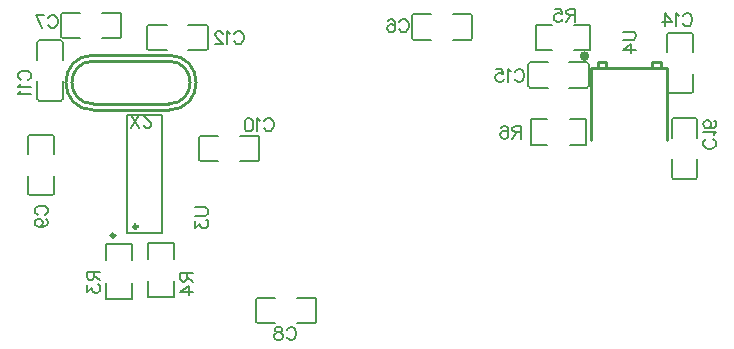
<source format=gbo>
G04 Layer: BottomSilkscreenLayer*
G04 EasyEDA v6.5.22, 2023-04-01 07:59:08*
G04 7fe897ac635649ec9317f66c388b8081,f086b915ab1b43d4b1f8ac0bdbc02707,10*
G04 Gerber Generator version 0.2*
G04 Scale: 100 percent, Rotated: No, Reflected: No *
G04 Dimensions in millimeters *
G04 leading zeros omitted , absolute positions ,4 integer and 5 decimal *
%FSLAX45Y45*%
%MOMM*%

%ADD10C,0.1524*%
%ADD11C,0.2540*%
%ADD12C,0.2581*%
%ADD13C,0.4000*%
%ADD14C,0.3000*%
%ADD15C,0.0163*%

%LPD*%
D10*
X4648707Y154178D02*
G01*
X4659121Y148844D01*
X4669535Y138429D01*
X4674616Y128270D01*
X4674616Y107442D01*
X4669535Y97028D01*
X4659121Y86613D01*
X4648707Y81279D01*
X4632960Y76200D01*
X4607051Y76200D01*
X4591557Y81279D01*
X4581144Y86613D01*
X4570730Y97028D01*
X4565650Y107442D01*
X4565650Y128270D01*
X4570730Y138429D01*
X4581144Y148844D01*
X4591557Y154178D01*
X4653787Y188468D02*
G01*
X4659121Y198881D01*
X4674616Y214376D01*
X4565650Y214376D01*
X4659121Y311150D02*
G01*
X4669535Y305815D01*
X4674616Y290321D01*
X4674616Y279907D01*
X4669535Y264160D01*
X4653787Y254000D01*
X4627880Y248665D01*
X4601971Y248665D01*
X4581144Y254000D01*
X4570730Y264160D01*
X4565650Y279907D01*
X4565650Y284987D01*
X4570730Y300736D01*
X4581144Y311150D01*
X4596637Y316229D01*
X4601971Y316229D01*
X4617466Y311150D01*
X4627880Y300736D01*
X4632960Y284987D01*
X4632960Y279907D01*
X4627880Y264160D01*
X4617466Y254000D01*
X4601971Y248665D01*
X3885183Y1066800D02*
G01*
X3963162Y1066800D01*
X3978655Y1061720D01*
X3989069Y1051305D01*
X3994150Y1035557D01*
X3994150Y1025144D01*
X3989069Y1009650D01*
X3978655Y999236D01*
X3963162Y994155D01*
X3885183Y994155D01*
X3885183Y907795D02*
G01*
X3957828Y959865D01*
X3957828Y881887D01*
X3885183Y907795D02*
G01*
X3994150Y907795D01*
X4392421Y1194307D02*
G01*
X4397755Y1204721D01*
X4408169Y1215136D01*
X4418330Y1220215D01*
X4439157Y1220215D01*
X4449571Y1215136D01*
X4459985Y1204721D01*
X4465319Y1194307D01*
X4470400Y1178560D01*
X4470400Y1152652D01*
X4465319Y1137157D01*
X4459985Y1126744D01*
X4449571Y1116329D01*
X4439157Y1111250D01*
X4418330Y1111250D01*
X4408169Y1116329D01*
X4397755Y1126744D01*
X4392421Y1137157D01*
X4358132Y1199387D02*
G01*
X4347717Y1204721D01*
X4332223Y1220215D01*
X4332223Y1111250D01*
X4245864Y1220215D02*
G01*
X4297933Y1147571D01*
X4219955Y1147571D01*
X4245864Y1220215D02*
G01*
X4245864Y1111250D01*
X2970021Y724407D02*
G01*
X2975355Y734821D01*
X2985769Y745236D01*
X2995930Y750315D01*
X3016757Y750315D01*
X3027171Y745236D01*
X3037585Y734821D01*
X3042919Y724407D01*
X3048000Y708660D01*
X3048000Y682752D01*
X3042919Y667257D01*
X3037585Y656844D01*
X3027171Y646429D01*
X3016757Y641350D01*
X2995930Y641350D01*
X2985769Y646429D01*
X2975355Y656844D01*
X2970021Y667257D01*
X2935732Y729487D02*
G01*
X2925317Y734821D01*
X2909823Y750315D01*
X2909823Y641350D01*
X2813050Y750315D02*
G01*
X2865119Y750315D01*
X2870200Y703579D01*
X2865119Y708660D01*
X2849626Y713994D01*
X2833878Y713994D01*
X2818383Y708660D01*
X2807969Y698500D01*
X2802889Y682752D01*
X2802889Y672337D01*
X2807969Y656844D01*
X2818383Y646429D01*
X2833878Y641350D01*
X2849626Y641350D01*
X2865119Y646429D01*
X2870200Y651510D01*
X2875533Y661923D01*
X3479800Y1258315D02*
G01*
X3479800Y1149350D01*
X3479800Y1258315D02*
G01*
X3433064Y1258315D01*
X3417569Y1253236D01*
X3412235Y1247902D01*
X3407155Y1237487D01*
X3407155Y1227073D01*
X3412235Y1216660D01*
X3417569Y1211579D01*
X3433064Y1206500D01*
X3479800Y1206500D01*
X3443478Y1206500D02*
G01*
X3407155Y1149350D01*
X3310382Y1258315D02*
G01*
X3362451Y1258315D01*
X3367532Y1211579D01*
X3362451Y1216660D01*
X3346703Y1221994D01*
X3331210Y1221994D01*
X3315716Y1216660D01*
X3305301Y1206500D01*
X3299967Y1190752D01*
X3299967Y1180337D01*
X3305301Y1164844D01*
X3315716Y1154429D01*
X3331210Y1149350D01*
X3346703Y1149350D01*
X3362451Y1154429D01*
X3367532Y1159510D01*
X3372866Y1169923D01*
X3022600Y267715D02*
G01*
X3022600Y158750D01*
X3022600Y267715D02*
G01*
X2975864Y267715D01*
X2960369Y262636D01*
X2955035Y257302D01*
X2949955Y246887D01*
X2949955Y236473D01*
X2955035Y226060D01*
X2960369Y220979D01*
X2975864Y215900D01*
X3022600Y215900D01*
X2986278Y215900D02*
G01*
X2949955Y158750D01*
X2853182Y252221D02*
G01*
X2858516Y262636D01*
X2874010Y267715D01*
X2884423Y267715D01*
X2899917Y262636D01*
X2910332Y246887D01*
X2915666Y220979D01*
X2915666Y195071D01*
X2910332Y174244D01*
X2899917Y163829D01*
X2884423Y158750D01*
X2879089Y158750D01*
X2863596Y163829D01*
X2853182Y174244D01*
X2848101Y189737D01*
X2848101Y195071D01*
X2853182Y210565D01*
X2863596Y220979D01*
X2879089Y226060D01*
X2884423Y226060D01*
X2899917Y220979D01*
X2910332Y210565D01*
X2915666Y195071D01*
X-979632Y1181562D02*
G01*
X-974435Y1191953D01*
X-964044Y1202344D01*
X-953655Y1207538D01*
X-932873Y1207538D01*
X-922482Y1202344D01*
X-912091Y1191953D01*
X-906894Y1181562D01*
X-901700Y1165974D01*
X-901700Y1139997D01*
X-906894Y1124412D01*
X-912091Y1114021D01*
X-922482Y1103629D01*
X-932873Y1098435D01*
X-953655Y1098435D01*
X-964044Y1103629D01*
X-974435Y1114021D01*
X-979632Y1124412D01*
X-1086657Y1207538D02*
G01*
X-1034704Y1098435D01*
X-1013922Y1207538D02*
G01*
X-1086657Y1207538D01*
X849121Y305307D02*
G01*
X854455Y315721D01*
X864870Y326136D01*
X875029Y331215D01*
X895857Y331215D01*
X906271Y326136D01*
X916686Y315721D01*
X922020Y305307D01*
X927100Y289560D01*
X927100Y263652D01*
X922020Y248157D01*
X916686Y237744D01*
X906271Y227329D01*
X895857Y222250D01*
X875029Y222250D01*
X864870Y227329D01*
X854455Y237744D01*
X849121Y248157D01*
X814831Y310387D02*
G01*
X804418Y315721D01*
X788923Y331215D01*
X788923Y222250D01*
X723392Y331215D02*
G01*
X739139Y326136D01*
X749300Y310387D01*
X754634Y284479D01*
X754634Y268986D01*
X749300Y242823D01*
X739139Y227329D01*
X723392Y222250D01*
X712978Y222250D01*
X697484Y227329D01*
X687070Y242823D01*
X681989Y268986D01*
X681989Y284479D01*
X687070Y310387D01*
X697484Y326136D01*
X712978Y331215D01*
X723392Y331215D01*
X138684Y-977900D02*
G01*
X247650Y-977900D01*
X138684Y-977900D02*
G01*
X138684Y-1024636D01*
X143763Y-1040129D01*
X149097Y-1045463D01*
X159512Y-1050544D01*
X169926Y-1050544D01*
X180339Y-1045463D01*
X185420Y-1040129D01*
X190500Y-1024636D01*
X190500Y-977900D01*
X190500Y-1014221D02*
G01*
X247650Y-1050544D01*
X138684Y-1136904D02*
G01*
X211328Y-1084834D01*
X211328Y-1162812D01*
X138684Y-1136904D02*
G01*
X247650Y-1136904D01*
X265684Y-419100D02*
G01*
X343662Y-419100D01*
X359155Y-424179D01*
X369570Y-434594D01*
X374650Y-450342D01*
X374650Y-460755D01*
X369570Y-476250D01*
X359155Y-486663D01*
X343662Y-491744D01*
X265684Y-491744D01*
X265684Y-536447D02*
G01*
X265684Y-593597D01*
X307339Y-562610D01*
X307339Y-578104D01*
X312420Y-588518D01*
X317500Y-593597D01*
X333247Y-598931D01*
X343662Y-598931D01*
X359155Y-593597D01*
X369570Y-583184D01*
X374650Y-567689D01*
X374650Y-552195D01*
X369570Y-536447D01*
X364489Y-531368D01*
X354076Y-526034D01*
X1039621Y-1459992D02*
G01*
X1044955Y-1449578D01*
X1055370Y-1439163D01*
X1065529Y-1434084D01*
X1086357Y-1434084D01*
X1096771Y-1439163D01*
X1107186Y-1449578D01*
X1112520Y-1459992D01*
X1117600Y-1475739D01*
X1117600Y-1501647D01*
X1112520Y-1517142D01*
X1107186Y-1527555D01*
X1096771Y-1537970D01*
X1086357Y-1543050D01*
X1065529Y-1543050D01*
X1055370Y-1537970D01*
X1044955Y-1527555D01*
X1039621Y-1517142D01*
X979423Y-1434084D02*
G01*
X994918Y-1439163D01*
X1000252Y-1449578D01*
X1000252Y-1459992D01*
X994918Y-1470405D01*
X984504Y-1475739D01*
X963929Y-1480820D01*
X948181Y-1485900D01*
X937768Y-1496313D01*
X932687Y-1506728D01*
X932687Y-1522476D01*
X937768Y-1532889D01*
X943102Y-1537970D01*
X958596Y-1543050D01*
X979423Y-1543050D01*
X994918Y-1537970D01*
X1000252Y-1532889D01*
X1005331Y-1522476D01*
X1005331Y-1506728D01*
X1000252Y-1496313D01*
X989837Y-1485900D01*
X974089Y-1480820D01*
X953515Y-1475739D01*
X943102Y-1470405D01*
X937768Y-1459992D01*
X937768Y-1449578D01*
X943102Y-1439163D01*
X958596Y-1434084D01*
X979423Y-1434084D01*
X1992121Y1143507D02*
G01*
X1997455Y1153921D01*
X2007869Y1164336D01*
X2018030Y1169415D01*
X2038857Y1169415D01*
X2049271Y1164336D01*
X2059685Y1153921D01*
X2065019Y1143507D01*
X2070100Y1127760D01*
X2070100Y1101852D01*
X2065019Y1086357D01*
X2059685Y1075944D01*
X2049271Y1065529D01*
X2038857Y1060450D01*
X2018030Y1060450D01*
X2007869Y1065529D01*
X1997455Y1075944D01*
X1992121Y1086357D01*
X1895601Y1153921D02*
G01*
X1900682Y1164336D01*
X1916430Y1169415D01*
X1926589Y1169415D01*
X1942337Y1164336D01*
X1952751Y1148587D01*
X1957832Y1122679D01*
X1957832Y1096771D01*
X1952751Y1075944D01*
X1942337Y1065529D01*
X1926589Y1060450D01*
X1921510Y1060450D01*
X1906016Y1065529D01*
X1895601Y1075944D01*
X1890267Y1091437D01*
X1890267Y1096771D01*
X1895601Y1112265D01*
X1906016Y1122679D01*
X1921510Y1127760D01*
X1926589Y1127760D01*
X1942337Y1122679D01*
X1952751Y1112265D01*
X1957832Y1096771D01*
X-1067307Y-484378D02*
G01*
X-1077721Y-479044D01*
X-1088136Y-468629D01*
X-1093215Y-458470D01*
X-1093215Y-437642D01*
X-1088136Y-427228D01*
X-1077721Y-416813D01*
X-1067307Y-411479D01*
X-1051560Y-406400D01*
X-1025652Y-406400D01*
X-1010157Y-411479D01*
X-999744Y-416813D01*
X-989329Y-427228D01*
X-984250Y-437642D01*
X-984250Y-458470D01*
X-989329Y-468629D01*
X-999744Y-479044D01*
X-1010157Y-484378D01*
X-1056894Y-586231D02*
G01*
X-1041400Y-580897D01*
X-1030986Y-570484D01*
X-1025652Y-554989D01*
X-1025652Y-549910D01*
X-1030986Y-534162D01*
X-1041400Y-523747D01*
X-1056894Y-518668D01*
X-1061973Y-518668D01*
X-1077721Y-523747D01*
X-1088136Y-534162D01*
X-1093215Y-549910D01*
X-1093215Y-554989D01*
X-1088136Y-570484D01*
X-1077721Y-580897D01*
X-1056894Y-586231D01*
X-1030986Y-586231D01*
X-1004823Y-580897D01*
X-989329Y-570484D01*
X-984250Y-554989D01*
X-984250Y-544576D01*
X-989329Y-529081D01*
X-999744Y-523747D01*
X-1207007Y658621D02*
G01*
X-1217421Y663955D01*
X-1227836Y674370D01*
X-1232915Y684529D01*
X-1232915Y705357D01*
X-1227836Y715771D01*
X-1217421Y726186D01*
X-1207007Y731520D01*
X-1191260Y736600D01*
X-1165352Y736600D01*
X-1149857Y731520D01*
X-1139444Y726186D01*
X-1129029Y715771D01*
X-1123950Y705357D01*
X-1123950Y684529D01*
X-1129029Y674370D01*
X-1139444Y663955D01*
X-1149857Y658621D01*
X-1212087Y624331D02*
G01*
X-1217421Y613918D01*
X-1232915Y598423D01*
X-1123950Y598423D01*
X-1212087Y564134D02*
G01*
X-1217421Y553720D01*
X-1232915Y538226D01*
X-1123950Y538226D01*
X595121Y1041907D02*
G01*
X600455Y1052321D01*
X610870Y1062736D01*
X621029Y1067815D01*
X641857Y1067815D01*
X652271Y1062736D01*
X662686Y1052321D01*
X668020Y1041907D01*
X673100Y1026160D01*
X673100Y1000252D01*
X668020Y984757D01*
X662686Y974344D01*
X652271Y963929D01*
X641857Y958850D01*
X621029Y958850D01*
X610870Y963929D01*
X600455Y974344D01*
X595121Y984757D01*
X560831Y1046987D02*
G01*
X550418Y1052321D01*
X534923Y1067815D01*
X534923Y958850D01*
X495300Y1041907D02*
G01*
X495300Y1046987D01*
X490220Y1057402D01*
X485139Y1062736D01*
X474726Y1067815D01*
X453897Y1067815D01*
X443484Y1062736D01*
X438150Y1057402D01*
X433070Y1046987D01*
X433070Y1036573D01*
X438150Y1026160D01*
X448563Y1010665D01*
X500634Y958850D01*
X427989Y958850D01*
X-648715Y-965200D02*
G01*
X-539750Y-965200D01*
X-648715Y-965200D02*
G01*
X-648715Y-1011936D01*
X-643636Y-1027429D01*
X-638302Y-1032763D01*
X-627887Y-1037844D01*
X-617473Y-1037844D01*
X-607060Y-1032763D01*
X-601979Y-1027429D01*
X-596900Y-1011936D01*
X-596900Y-965200D01*
X-596900Y-1001521D02*
G01*
X-539750Y-1037844D01*
X-648715Y-1082547D02*
G01*
X-648715Y-1139697D01*
X-607060Y-1108710D01*
X-607060Y-1124204D01*
X-601979Y-1134618D01*
X-596900Y-1139697D01*
X-581152Y-1145031D01*
X-570737Y-1145031D01*
X-555244Y-1139697D01*
X-544829Y-1129284D01*
X-539750Y-1113789D01*
X-539750Y-1098295D01*
X-544829Y-1082547D01*
X-549910Y-1077468D01*
X-560323Y-1072134D01*
X-283463Y252984D02*
G01*
X-210820Y361950D01*
X-210820Y252984D02*
G01*
X-283463Y361950D01*
X-171195Y278892D02*
G01*
X-171195Y273812D01*
X-166115Y263397D01*
X-160781Y258063D01*
X-150368Y252984D01*
X-129794Y252984D01*
X-119379Y258063D01*
X-114045Y263397D01*
X-108965Y273812D01*
X-108965Y284226D01*
X-114045Y294639D01*
X-124460Y310134D01*
X-176529Y361950D01*
X-103631Y361950D01*
X4516160Y317319D02*
G01*
X4516160Y168821D01*
X4297639Y168821D02*
G01*
X4297639Y317319D01*
X4312879Y332559D02*
G01*
X4500920Y332559D01*
X4516160Y-164919D02*
G01*
X4516160Y-16421D01*
X4297639Y-16421D02*
G01*
X4297639Y-164919D01*
X4312879Y-180159D02*
G01*
X4500920Y-180159D01*
D11*
X3745105Y760216D02*
G01*
X3745105Y805936D01*
X3672839Y805936D01*
X3672839Y760216D01*
X4204949Y760216D02*
G01*
X4204949Y805936D01*
X4130039Y805936D01*
X4130039Y760216D01*
X3611880Y150616D02*
G01*
X3611880Y760216D01*
X4262119Y760216D01*
X4262119Y150616D01*
D10*
X4478060Y1041219D02*
G01*
X4478060Y892721D01*
X4259539Y892721D02*
G01*
X4259539Y1041219D01*
X4274779Y1056459D02*
G01*
X4462820Y1056459D01*
X4478060Y558980D02*
G01*
X4478060Y707478D01*
X4259539Y707478D02*
G01*
X4259539Y558980D01*
X4274779Y543740D02*
G01*
X4462820Y543740D01*
X3581219Y589239D02*
G01*
X3432721Y589239D01*
X3432721Y807760D02*
G01*
X3581219Y807760D01*
X3596459Y792520D02*
G01*
X3596459Y604479D01*
X3098980Y589239D02*
G01*
X3247478Y589239D01*
X3247478Y807760D02*
G01*
X3098980Y807760D01*
X3083740Y792520D02*
G01*
X3083740Y604479D01*
X3283079Y908090D02*
G01*
X3147087Y908090D01*
X3147087Y1123909D01*
X3283079Y1123909D01*
X3473320Y908090D02*
G01*
X3609312Y908090D01*
X3609312Y1123909D01*
X3473320Y1123909D01*
X3435220Y323809D02*
G01*
X3571212Y323809D01*
X3571212Y107990D01*
X3435220Y107990D01*
X3244979Y323809D02*
G01*
X3108987Y323809D01*
X3108987Y107990D01*
X3244979Y107990D01*
X-857577Y1226860D02*
G01*
X-709079Y1226860D01*
X-709079Y1008339D02*
G01*
X-857577Y1008339D01*
X-872817Y1023579D02*
G01*
X-872817Y1211620D01*
X-375338Y1226860D02*
G01*
X-523836Y1226860D01*
X-523836Y1008339D02*
G01*
X-375338Y1008339D01*
X-360098Y1023579D02*
G01*
X-360098Y1211620D01*
X793061Y-33060D02*
G01*
X644563Y-33060D01*
X644563Y185460D02*
G01*
X793061Y185460D01*
X808301Y170220D02*
G01*
X808301Y-17820D01*
X310822Y-33060D02*
G01*
X459320Y-33060D01*
X459320Y185460D02*
G01*
X310822Y185460D01*
X295582Y170220D02*
G01*
X295582Y-17820D01*
X82509Y-1047620D02*
G01*
X82509Y-1183612D01*
X-133309Y-1183612D01*
X-133309Y-1047620D01*
X82509Y-857379D02*
G01*
X82509Y-721387D01*
X-133309Y-721387D01*
X-133309Y-857379D01*
X-317240Y-642320D02*
G01*
X-12959Y-642320D01*
X-12959Y362920D01*
X-317240Y362920D01*
X-317240Y-642320D01*
X1275661Y-1404660D02*
G01*
X1127163Y-1404660D01*
X1127163Y-1186139D02*
G01*
X1275661Y-1186139D01*
X1290901Y-1201379D02*
G01*
X1290901Y-1389420D01*
X793422Y-1404660D02*
G01*
X941920Y-1404660D01*
X941920Y-1186139D02*
G01*
X793422Y-1186139D01*
X778182Y-1201379D02*
G01*
X778182Y-1389420D01*
X2114222Y1214160D02*
G01*
X2262720Y1214160D01*
X2262720Y995639D02*
G01*
X2114222Y995639D01*
X2098982Y1010879D02*
G01*
X2098982Y1198920D01*
X2596461Y1214160D02*
G01*
X2447963Y1214160D01*
X2447963Y995639D02*
G01*
X2596461Y995639D01*
X2611701Y1010879D02*
G01*
X2611701Y1198920D01*
X-1150660Y-304619D02*
G01*
X-1150660Y-156121D01*
X-932139Y-156121D02*
G01*
X-932139Y-304619D01*
X-947379Y-319859D02*
G01*
X-1135420Y-319859D01*
X-1150660Y177619D02*
G01*
X-1150660Y29121D01*
X-932139Y29121D02*
G01*
X-932139Y177619D01*
X-947379Y192859D02*
G01*
X-1135420Y192859D01*
X-1074460Y495480D02*
G01*
X-1074460Y643978D01*
X-855939Y643978D02*
G01*
X-855939Y495480D01*
X-871179Y480240D02*
G01*
X-1059220Y480240D01*
X-1074460Y977719D02*
G01*
X-1074460Y829221D01*
X-855939Y829221D02*
G01*
X-855939Y977719D01*
X-871179Y992959D02*
G01*
X-1059220Y992959D01*
X-126819Y1125260D02*
G01*
X21678Y1125260D01*
X21678Y906739D02*
G01*
X-126819Y906739D01*
X-142059Y921979D02*
G01*
X-142059Y1110020D01*
X355419Y1125260D02*
G01*
X206921Y1125260D01*
X206921Y906739D02*
G01*
X355419Y906739D01*
X370659Y921979D02*
G01*
X370659Y1110020D01*
X-273090Y-1060320D02*
G01*
X-273090Y-1196312D01*
X-488909Y-1196312D01*
X-488909Y-1060320D01*
X-273090Y-870079D02*
G01*
X-273090Y-734087D01*
X-488909Y-734087D01*
X-488909Y-870079D01*
D12*
X-599399Y815596D02*
G01*
X40596Y815596D01*
X40599Y454403D02*
G01*
X-599401Y454403D01*
X40599Y867153D02*
G01*
X-599401Y867153D01*
X-599401Y402846D02*
G01*
X40599Y402846D01*
D10*
G75*
G01*
X4297639Y317320D02*
G02*
X4312879Y332560I15240J0D01*
G75*
G01*
X4500921Y332560D02*
G02*
X4516161Y317320I0J-15240D01*
G75*
G01*
X4297639Y-164920D02*
G03*
X4312879Y-180160I15240J0D01*
G75*
G01*
X4500921Y-180160D02*
G03*
X4516161Y-164920I0J15240D01*
D13*
G75*
G01*
X3578860Y858515D02*
G02*
X3578860Y858769I-20000J127D01*
D10*
G75*
G01*
X4259539Y1041220D02*
G02*
X4274779Y1056460I15240J0D01*
G75*
G01*
X4462821Y1056460D02*
G02*
X4478061Y1041220I0J-15240D01*
G75*
G01*
X4259539Y558980D02*
G03*
X4274779Y543740I15240J0D01*
G75*
G01*
X4462821Y543740D02*
G03*
X4478061Y558980I0J15240D01*
G75*
G01*
X3581220Y807761D02*
G02*
X3596460Y792521I0J-15240D01*
G75*
G01*
X3596460Y604479D02*
G02*
X3581220Y589239I-15240J0D01*
G75*
G01*
X3098980Y807761D02*
G03*
X3083740Y792521I0J-15240D01*
G75*
G01*
X3083740Y604479D02*
G03*
X3098980Y589239I15240J0D01*
G75*
G01*
X-857578Y1008339D02*
G02*
X-872818Y1023579I0J15240D01*
G75*
G01*
X-872818Y1211621D02*
G02*
X-857578Y1226861I15240J0D01*
G75*
G01*
X-375338Y1008339D02*
G03*
X-360098Y1023579I0J15240D01*
G75*
G01*
X-360098Y1211621D02*
G03*
X-375338Y1226861I-15240J0D01*
G75*
G01*
X793062Y185461D02*
G02*
X808302Y170221I0J-15240D01*
G75*
G01*
X808302Y-17821D02*
G02*
X793062Y-33061I-15240J0D01*
G75*
G01*
X310822Y185461D02*
G03*
X295582Y170221I0J-15240D01*
G75*
G01*
X295582Y-17821D02*
G03*
X310822Y-33061I15240J0D01*
G75*
G01*
X1275662Y-1186139D02*
G02*
X1290902Y-1201379I0J-15240D01*
G75*
G01*
X1290902Y-1389421D02*
G02*
X1275662Y-1404661I-15240J0D01*
G75*
G01*
X793422Y-1186139D02*
G03*
X778182Y-1201379I0J-15240D01*
G75*
G01*
X778182Y-1389421D02*
G03*
X793422Y-1404661I15240J0D01*
G75*
G01*
X2114222Y995639D02*
G02*
X2098982Y1010879I0J15240D01*
G75*
G01*
X2098982Y1198921D02*
G02*
X2114222Y1214161I15240J0D01*
G75*
G01*
X2596462Y995639D02*
G03*
X2611702Y1010879I0J15240D01*
G75*
G01*
X2611702Y1198921D02*
G03*
X2596462Y1214161I-15240J0D01*
G75*
G01*
X-932139Y-304620D02*
G02*
X-947379Y-319860I-15240J0D01*
G75*
G01*
X-1135421Y-319860D02*
G02*
X-1150661Y-304620I0J15240D01*
G75*
G01*
X-932139Y177620D02*
G03*
X-947379Y192860I-15240J0D01*
G75*
G01*
X-1135421Y192860D02*
G03*
X-1150661Y177620I0J-15240D01*
G75*
G01*
X-855939Y495480D02*
G02*
X-871179Y480240I-15240J0D01*
G75*
G01*
X-1059221Y480240D02*
G02*
X-1074461Y495480I0J15240D01*
G75*
G01*
X-855939Y977720D02*
G03*
X-871179Y992960I-15240J0D01*
G75*
G01*
X-1059221Y992960D02*
G03*
X-1074461Y977720I0J-15240D01*
G75*
G01*
X-126820Y906739D02*
G02*
X-142060Y921979I0J15240D01*
G75*
G01*
X-142060Y1110021D02*
G02*
X-126820Y1125261I15240J0D01*
G75*
G01*
X355420Y906739D02*
G03*
X370660Y921979I0J15240D01*
G75*
G01*
X370660Y1110021D02*
G03*
X355420Y1125261I-15240J0D01*
D12*
G75*
G01*
X40599Y402847D02*
G03*
X40640Y867156I-747J232154D01*
G75*
G01*
X-599402Y867153D02*
G03*
X-599440Y402844I749J-232154D01*
G75*
G01*
X40599Y454403D02*
G03*
X40640Y815594I-656J180596D01*
G75*
G01*
X-599399Y815597D02*
G03*
X-599440Y454406I656J-180596D01*
D14*
G75*
G01
X-227000Y-584200D02*
G03X-227000Y-584200I-15011J0D01*
G75*
G01
X-416789Y-660400D02*
G03X-416789Y-660400I-15011J0D01*
M02*

</source>
